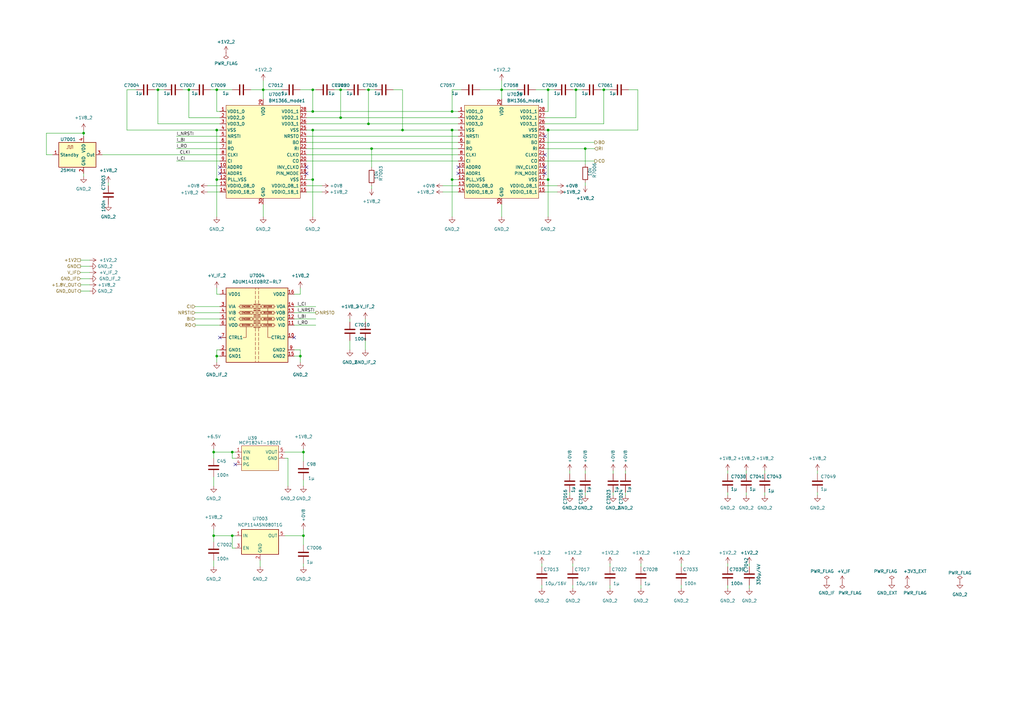
<source format=kicad_sch>
(kicad_sch (version 20231120) (generator "eeschema") (generator_version "8.0")
  (paper "A3")
  (lib_symbols
    (symbol "Device:C" (pin_numbers hide) (pin_names (offset 0.254))
      (property "Reference" "C" (at 0.635 2.54 0))
      (property "Value" "C" (at 0.635 -2.54 0))
      (symbol "C_1_1"
        (pin passive line (at 0 3.81 270) (length 2.794) (name "~") (number "1"))
        (pin passive line (at 0 -3.81 90) (length 2.794) (name "~") (number "2"))
      )
    )
    (symbol "Device:R" (pin_numbers hide) (pin_names (offset 0))
      (property "Reference" "R" (at 2.032 0 90))
      (property "Value" "R" (at 0 0 90))
      (symbol "R_1_1"
        (pin passive line (at 0 3.81 270) (length 1.27) (name "~") (number "1"))
        (pin passive line (at 0 -3.81 90) (length 1.27) (name "~") (number "2"))
      )
    )
    (symbol "Isolator:ADuM1411" (pin_names (offset 1.016))
      (property "Reference" "U" (at 0 19.05 0))
      (property "Value" "ADuM1411" (at 0 16.51 0))
      (symbol "ADuM1411_0_0"
        (text "DECODE" (at -4.445 0 0) (effects (font (size 0.635 0.635))))
        (text "DECODE" (at 4.445 2.54 0) (effects (font (size 0.635 0.635))))
        (text "DECODE" (at 4.445 5.08 0) (effects (font (size 0.635 0.635))))
        (text "DECODE" (at 4.445 7.62 0) (effects (font (size 0.635 0.635))))
        (text "ENCODE" (at -4.445 2.54 0) (effects (font (size 0.635 0.635))))
        (text "ENCODE" (at -4.445 5.08 0) (effects (font (size 0.635 0.635))))
        (text "ENCODE" (at -4.445 7.62 0) (effects (font (size 0.635 0.635))))
        (text "ENCODE" (at 4.445 0 0) (effects (font (size 0.635 0.635))))
      )
      (symbol "ADuM1411_1_1"
        (pin power_in line (at -15.24 12.7 0) (length 2.54) (name "VDD1") (number "1"))
        (pin input line (at 15.24 -5.08 180) (length 2.54) (name "CTRL2") (number "10"))
        (pin input line (at 15.24 0 180) (length 2.54) (name "VID") (number "11"))
        (pin output line (at 15.24 2.54 180) (length 2.54) (name "VOC") (number "12"))
        (pin output line (at 15.24 5.08 180) (length 2.54) (name "VOB") (number "13"))
        (pin output line (at 15.24 7.62 180) (length 2.54) (name "VOA") (number "14"))
        (pin power_in line (at 15.24 -12.7 180) (length 2.54) (name "GND2") (number "15"))
        (pin power_in line (at 15.24 12.7 180) (length 2.54) (name "VDD2") (number "16"))
        (pin power_in line (at -15.24 -10.16 0) (length 2.54) (name "GND1") (number "2"))
        (pin input line (at -15.24 7.62 0) (length 2.54) (name "VIA") (number "3"))
        (pin input line (at -15.24 5.08 0) (length 2.54) (name "VIB") (number "4"))
        (pin input line (at -15.24 2.54 0) (length 2.54) (name "VIC") (number "5"))
        (pin output line (at -15.24 0 0) (length 2.54) (name "VOD") (number "6"))
        (pin input line (at -15.24 -5.08 0) (length 2.54) (name "CTRL1") (number "7"))
        (pin power_in line (at -15.24 -12.7 0) (length 2.54) (name "GND1") (number "8"))
        (pin power_in line (at 15.24 -10.16 180) (length 2.54) (name "GND2") (number "9"))
      )
    )
    (symbol "Oscillator:ASDMB-xxxMHz"
      (property "Reference" "U" (at -6.35 6.35 0))
      (property "Value" "ASDMB-xxxMHz" (at 11.43 6.35 0))
      (symbol "ASDMB-xxxMHz_1_1"
        (pin input line (at -10.16 0 0) (length 2.54) (name "Standby") (number "1"))
        (pin power_in line (at 2.54 -7.62 90) (length 2.54) (name "GND") (number "2"))
        (pin output line (at 10.16 0 180) (length 2.54) (name "Out") (number "3"))
        (pin power_in line (at 2.54 7.62 270) (length 2.54) (name "VDD") (number "4"))
      )
    )
    (symbol "bitaxe:MCP1824"
      (property "Reference" "U7" (at -3.175 6.985 0))
      (property "Value" "MCP1824T-1802E" (at 0 5.08 0))
      (symbol "MCP1824_1_0"
        (pin power_in line (at -10.16 1.27 0) (length 2.54) (name "VIN") (number "1"))
        (pin power_in line (at 10.16 -1.27 180) (length 2.54) (name "GND") (number "2"))
        (pin input line (at -10.16 -1.27 0) (length 2.54) (name "EN") (number "3"))
        (pin bidirectional line (at -10.16 -3.81 0) (length 2.54) (name "PG") (number "4"))
        (pin power_out line (at 10.16 1.27 180) (length 2.54) (name "VOUT") (number "5"))
      )
    )
    (symbol "mylib7:+0V8_2" (in_bom no) (on_board no)
      (property "Value" "+0V8" (at 0 3.175 90))
      (symbol "+0V8_2_1_1"
        (pin power_in line (at 0 0 90) (length 0) hide (name "+0V8_2") (number "1"))
      )
    )
    (symbol "mylib7:+1V2_2" (power) (pin_names (offset 0))
      (property "Value" "+1V2_2" (at 0 4.445 0))
      (symbol "+1V2_2_1_1"
        (pin power_in line (at 0 0 90) (length 0) hide (name "+1V2_2") (number "1"))
      )
    )
    (symbol "mylib7:+1V8_2" (power) (pin_names (offset 0))
      (property "Value" "+1V8_2" (at 0 5.08 0))
      (symbol "+1V8_2_1_1"
        (pin power_in line (at 0 0 90) (length 0) hide (name "+1V8_2") (number "1"))
      )
    )
    (symbol "mylib7:+3V3_EXT" (power) (pin_names (offset 0))
      (property "Value" "+3V3_EXT" (at 0 4.445 0))
      (symbol "+3V3_EXT_1_1"
        (pin power_in line (at 0 0 90) (length 0) hide (name "+3V3_EXT") (number "1"))
      )
    )
    (symbol "mylib7:+6.5V" (power) (pin_names (offset 0))
      (property "Value" "+6.5V" (at 0 4.445 0))
      (symbol "+6.5V_1_1"
        (pin power_in line (at 0 0 90) (length 0) hide (name "+5V") (number "1"))
      )
    )
    (symbol "mylib7:+V_IF" (power) (pin_names (offset 0))
      (property "Value" "+V_IF" (at 0 5.08 0))
      (symbol "+V_IF_1_1"
        (pin power_in line (at 0 0 90) (length 0) hide (name "+V_IF") (number "1"))
      )
    )
    (symbol "mylib7:+V_IF_2" (power) (pin_names (offset 0))
      (property "Value" "+V_IF_2" (at 0 5.08 0))
      (symbol "+V_IF_2_1_1"
        (pin power_in line (at 0 0 90) (length 0) hide (name "+V_IF_1") (number "1"))
      )
    )
    (symbol "mylib7:BM1366_mode1"
      (property "Reference" "U8" (at 1.9559 24.13 0))
      (property "Value" "BM1366_mode1" (at 1.9559 21.59 0))
      (symbol "BM1366_mode1_1_1"
        (pin input line (at -17.78 17.78 0) (length 2.54) (name "VDD1_0") (number "1"))
        (pin input line (at -17.78 -5.08 0) (length 2.54) (name "ADDR0") (number "10"))
        (pin input line (at -17.78 -7.62 0) (length 2.54) (name "ADDR1") (number "11"))
        (pin power_in line (at -17.78 -10.16 0) (length 2.54) (name "PLL_VSS") (number "12"))
        (pin power_in line (at -17.78 -12.7 0) (length 2.54) (name "VDDIO_08_0") (number "13"))
        (pin power_in line (at -17.78 -15.24 0) (length 2.54) (name "VDDIO_18_0") (number "14"))
        (pin power_in line (at 17.78 -15.24 180) (length 2.54) (name "VDDIO_18_1") (number "15"))
        (pin power_in line (at 17.78 -12.7 180) (length 2.54) (name "VDDIO_08_1") (number "16"))
        (pin power_in line (at 17.78 -10.16 180) (length 2.54) (name "VSS") (number "17"))
        (pin input line (at 17.78 -7.62 180) (length 2.54) (name "PIN_MODE") (number "18"))
        (pin input line (at 17.78 -5.08 180) (length 2.54) (name "INV_CLKO") (number "19"))
        (pin input line (at -17.78 15.24 0) (length 2.54) (name "VDD2_0") (number "2"))
        (pin output line (at 17.78 -2.54 180) (length 2.54) (name "CO") (number "20"))
        (pin output line (at 17.78 0 180) (length 2.54) (name "CLKO") (number "21"))
        (pin input line (at 17.78 2.54 180) (length 2.54) (name "RI") (number "22"))
        (pin output line (at 17.78 5.08 180) (length 2.54) (name "BO") (number "23"))
        (pin output line (at 17.78 7.62 180) (length 2.54) (name "NRSTO") (number "24"))
        (pin input line (at 17.78 10.16 180) (length 2.54) (name "VSS") (number "25"))
        (pin input line (at 17.78 12.7 180) (length 2.54) (name "VDD3_1") (number "26"))
        (pin input line (at 17.78 15.24 180) (length 2.54) (name "VDD2_1") (number "27"))
        (pin input line (at 17.78 17.78 180) (length 2.54) (name "VDD1_1") (number "28"))
        (pin power_in line (at 0 22.86 270) (length 2.54) (name "VDD") (number "29"))
        (pin input line (at -17.78 12.7 0) (length 2.54) (name "VDD3_0") (number "3"))
        (pin power_in line (at 0 -20.32 90) (length 2.54) (name "GND") (number "30"))
        (pin input line (at -17.78 10.16 0) (length 2.54) (name "VSS") (number "4"))
        (pin input line (at -17.78 7.62 0) (length 2.54) (name "NRSTI") (number "5"))
        (pin input line (at -17.78 5.08 0) (length 2.54) (name "BI") (number "6"))
        (pin output line (at -17.78 2.54 0) (length 2.54) (name "RO") (number "7"))
        (pin input line (at -17.78 0 0) (length 2.54) (name "CLKI") (number "8"))
        (pin input line (at -17.78 -2.54 0) (length 2.54) (name "CI") (number "9"))
      )
    )
    (symbol "mylib7:GND_2" (power) (pin_names (offset 0))
      (property "Value" "GND_2" (at 0 -5.08 0))
      (symbol "GND_2_1_1"
        (pin power_in line (at 0 0 270) (length 0) hide (name "GND_2") (number "1"))
      )
    )
    (symbol "mylib7:GND_EXT" (power) (pin_names (offset 0))
      (property "Value" "GND_EXT" (at 0 -5.08 0))
      (symbol "GND_EXT_1_1"
        (pin power_in line (at 0 0 270) (length 0) hide (name "GND_EXT") (number "1"))
      )
    )
    (symbol "mylib7:GND_IF" (power) (pin_names (offset 0))
      (property "Value" "GND_IF" (at 0 -5.08 0))
      (symbol "GND_IF_1_1"
        (pin power_in line (at 0 0 270) (length 0) hide (name "GND_IF") (number "1"))
      )
    )
    (symbol "mylib7:GND_IF_2" (power) (pin_names (offset 0))
      (property "Value" "GND_IF_2" (at 0 -5.08 0))
      (symbol "GND_IF_2_1_1"
        (pin power_in line (at 0 0 270) (length 0) hide (name "GND_IF_1") (number "1"))
      )
    )
    (symbol "mylib7:NCP114-SN"
      (property "Reference" "U4" (at 0 9.525 0))
      (property "Value" "NCP115-SN" (at 0 6.985 0))
      (symbol "NCP114-SN_1_1"
        (pin power_in line (at -10.16 2.54 0) (length 2.54) (name "IN") (number "1"))
        (pin power_in line (at 0 -7.62 90) (length 2.54) (name "GND") (number "2"))
        (pin input line (at -10.16 -2.54 0) (length 2.54) (name "EN") (number "3"))
        (pin power_out line (at 10.16 2.54 180) (length 2.54) (name "OUT") (number "5"))
      )
    )
    (symbol "power:PWR_FLAG" (power) (pin_numbers hide) (pin_names (offset 0) hide)
      (property "Value" "PWR_FLAG" (at 0 3.81 0))
      (symbol "PWR_FLAG_0_0"
        (pin power_out line (at 0 0 90) (length 0) (name "pwr") (number "1"))
      )
    )
  )
  (junction (at 185.42 45.72))
  (junction (at 64.77 36.83))
  (junction (at 123.19 146.05))
  (junction (at 224.79 73.66))
  (junction (at 88.9 146.05))
  (junction (at 128.27 45.72))
  (junction (at 151.13 36.83))
  (junction (at 124.46 219.71) (diameter 0.9144))
  (junction (at 128.27 36.83))
  (junction (at 95.25 219.71))
  (junction (at 87.63 219.71) (diameter 0.9144))
  (junction (at 185.42 53.34))
  (junction (at 165.1 53.34))
  (junction (at 152.4 60.96))
  (junction (at 107.95 36.83))
  (junction (at 205.74 36.83))
  (junction (at 124.46 185.42))
  (junction (at 34.29 54.61))
  (junction (at 240.03 60.96))
  (junction (at 139.7 36.83))
  (junction (at 128.27 53.34))
  (junction (at 88.9 73.66))
  (junction (at 128.27 73.66))
  (junction (at 247.65 36.83))
  (junction (at 88.9 36.83))
  (junction (at 236.22 36.83))
  (junction (at 151.13 50.8))
  (junction (at 87.63 185.42) (diameter 0.9144))
  (junction (at 224.79 53.34))
  (junction (at 88.9 53.34))
  (junction (at 95.25 185.42))
  (junction (at 224.79 36.83))
  (junction (at 139.7 48.26))
  (junction (at 77.47 36.83))
  (junction (at 185.42 73.66))
  (no_connect (at 90.17 138.43))
  (no_connect (at 223.52 71.12))
  (no_connect (at 125.73 68.58))
  (no_connect (at 223.52 63.5))
  (no_connect (at 120.65 138.43))
  (no_connect (at 90.17 68.58))
  (no_connect (at 187.96 68.58))
  (no_connect (at 223.52 68.58))
  (no_connect (at 96.52 190.5))
  (no_connect (at 90.17 71.12))
  (no_connect (at 187.96 71.12))
  (no_connect (at 223.52 55.88))
  (no_connect (at 125.73 71.12))
  (wire (pts (xy 88.9 73.66) (xy 88.9 88.9)))
  (wire (pts (xy 107.95 36.83) (xy 107.95 40.64)))
  (wire (pts (xy 34.29 54.61) (xy 19.05 54.61)))
  (wire (pts (xy 64.77 36.83) (xy 67.31 36.83)))
  (wire (pts (xy 128.27 73.66) (xy 128.27 88.9)))
  (wire (pts (xy 151.13 36.83) (xy 153.67 36.83)))
  (wire (pts (xy 224.79 73.66) (xy 224.79 88.9)))
  (wire (pts (xy 223.52 60.96) (xy 240.03 60.96)))
  (wire (pts (xy 95.25 187.96) (xy 96.52 187.96)))
  (wire (pts (xy 85.09 76.2) (xy 90.17 76.2)))
  (wire (pts (xy 256.54 193.04) (xy 256.54 194.31)))
  (wire (pts (xy 77.47 48.26) (xy 77.47 36.83)))
  (wire (pts (xy 129.54 125.73) (xy 120.65 125.73)))
  (wire (pts (xy 124.46 196.85) (xy 124.46 199.39)))
  (wire (pts (xy 152.4 76.2) (xy 152.4 77.47)))
  (wire (pts (xy 224.79 36.83) (xy 227.33 36.83)))
  (wire (pts (xy 118.11 187.96) (xy 116.84 187.96)))
  (wire (pts (xy 80.01 130.81) (xy 90.17 130.81)))
  (wire (pts (xy 90.17 133.35) (xy 80.01 133.35)))
  (wire (pts (xy 116.84 219.71) (xy 124.46 219.71)))
  (wire (pts (xy 107.95 83.82) (xy 107.95 88.9)))
  (wire (pts (xy 313.69 193.04) (xy 313.69 194.31)))
  (wire (pts (xy 87.63 184.15) (xy 87.63 185.42)))
  (wire (pts (xy 250.19 231.14) (xy 250.19 232.41)))
  (wire (pts (xy 86.36 36.83) (xy 88.9 36.83)))
  (wire (pts (xy 123.19 146.05) (xy 123.19 148.59)))
  (wire (pts (xy 90.17 143.51) (xy 88.9 143.51)))
  (wire (pts (xy 151.13 50.8) (xy 187.96 50.8)))
  (wire (pts (xy 124.46 185.42) (xy 124.46 189.23)))
  (wire (pts (xy 95.25 219.71) (xy 95.25 224.79)))
  (wire (pts (xy 90.17 128.27) (xy 80.01 128.27)))
  (wire (pts (xy 44.45 74.93) (xy 44.45 76.2)))
  (wire (pts (xy 128.27 53.34) (xy 165.1 53.34)))
  (wire (pts (xy 33.02 111.76) (xy 36.83 111.76)))
  (wire (pts (xy 87.63 185.42) (xy 87.63 187.96)))
  (wire (pts (xy 33.02 116.84) (xy 36.83 116.84)))
  (wire (pts (xy 236.22 48.26) (xy 236.22 36.83)))
  (wire (pts (xy 224.79 45.72) (xy 224.79 36.83)))
  (wire (pts (xy 129.54 128.27) (xy 120.65 128.27)))
  (wire (pts (xy 123.19 120.65) (xy 123.19 118.11)))
  (wire (pts (xy 87.63 195.58) (xy 87.63 199.39)))
  (wire (pts (xy 128.27 45.72) (xy 128.27 36.83)))
  (wire (pts (xy 116.84 185.42) (xy 124.46 185.42)))
  (wire (pts (xy 125.73 50.8) (xy 151.13 50.8)))
  (wire (pts (xy 124.46 231.14) (xy 124.46 232.41)))
  (wire (pts (xy 88.9 120.65) (xy 88.9 118.11)))
  (wire (pts (xy 152.4 60.96) (xy 187.96 60.96)))
  (wire (pts (xy 240.03 74.93) (xy 240.03 76.2)))
  (wire (pts (xy 223.52 53.34) (xy 224.79 53.34)))
  (wire (pts (xy 306.07 201.93) (xy 306.07 203.2)))
  (wire (pts (xy 87.63 217.17) (xy 87.63 219.71)))
  (wire (pts (xy 123.19 143.51) (xy 123.19 146.05)))
  (wire (pts (xy 90.17 146.05) (xy 88.9 146.05)))
  (wire (pts (xy 88.9 73.66) (xy 90.17 73.66)))
  (wire (pts (xy 143.51 130.81) (xy 143.51 132.08)))
  (wire (pts (xy 88.9 146.05) (xy 88.9 148.59)))
  (wire (pts (xy 223.52 50.8) (xy 247.65 50.8)))
  (wire (pts (xy 223.52 76.2) (xy 228.6 76.2)))
  (wire (pts (xy 34.29 71.12) (xy 34.29 72.39)))
  (wire (pts (xy 128.27 45.72) (xy 185.42 45.72)))
  (wire (pts (xy 72.39 58.42) (xy 90.17 58.42)))
  (wire (pts (xy 240.03 60.96) (xy 240.03 67.31)))
  (wire (pts (xy 118.11 187.96) (xy 118.11 199.39)))
  (wire (pts (xy 129.54 133.35) (xy 120.65 133.35)))
  (wire (pts (xy 52.07 36.83) (xy 55.88 36.83)))
  (wire (pts (xy 77.47 36.83) (xy 78.74 36.83)))
  (wire (pts (xy 128.27 36.83) (xy 129.54 36.83)))
  (wire (pts (xy 124.46 219.71) (xy 124.46 223.52)))
  (wire (pts (xy 96.52 224.79) (xy 95.25 224.79)))
  (wire (pts (xy 88.9 53.34) (xy 52.07 53.34)))
  (wire (pts (xy 234.95 240.03) (xy 234.95 241.3)))
  (wire (pts (xy 165.1 53.34) (xy 185.42 53.34)))
  (wire (pts (xy 88.9 53.34) (xy 88.9 73.66)))
  (wire (pts (xy 236.22 36.83) (xy 238.76 36.83)))
  (wire (pts (xy 307.34 231.14) (xy 307.34 232.41)))
  (wire (pts (xy 139.7 36.83) (xy 142.24 36.83)))
  (wire (pts (xy 185.42 45.72) (xy 187.96 45.72)))
  (wire (pts (xy 223.52 48.26) (xy 236.22 48.26)))
  (wire (pts (xy 33.02 106.68) (xy 36.83 106.68)))
  (wire (pts (xy 63.5 36.83) (xy 64.77 36.83)))
  (wire (pts (xy 139.7 48.26) (xy 187.96 48.26)))
  (wire (pts (xy 107.95 33.02) (xy 107.95 36.83)))
  (wire (pts (xy 95.25 219.71) (xy 96.52 219.71)))
  (wire (pts (xy 152.4 60.96) (xy 152.4 68.58)))
  (wire (pts (xy 240.03 193.04) (xy 240.03 194.31)))
  (wire (pts (xy 87.63 185.42) (xy 95.25 185.42)))
  (wire (pts (xy 123.19 36.83) (xy 128.27 36.83)))
  (wire (pts (xy 41.91 63.5) (xy 90.17 63.5)))
  (wire (pts (xy 95.25 187.96) (xy 95.25 185.42)))
  (wire (pts (xy 246.38 36.83) (xy 247.65 36.83)))
  (wire (pts (xy 223.52 78.74) (xy 228.6 78.74)))
  (wire (pts (xy 33.02 114.3) (xy 36.83 114.3)))
  (wire (pts (xy 33.02 109.22) (xy 36.83 109.22)))
  (wire (pts (xy 125.73 66.04) (xy 187.96 66.04)))
  (wire (pts (xy 151.13 50.8) (xy 151.13 36.83)))
  (wire (pts (xy 125.73 60.96) (xy 152.4 60.96)))
  (wire (pts (xy 185.42 73.66) (xy 185.42 88.9)))
  (wire (pts (xy 205.74 33.02) (xy 205.74 36.83)))
  (wire (pts (xy 124.46 184.15) (xy 124.46 185.42)))
  (wire (pts (xy 223.52 73.66) (xy 224.79 73.66)))
  (wire (pts (xy 185.42 36.83) (xy 185.42 45.72)))
  (wire (pts (xy 123.19 146.05) (xy 120.65 146.05)))
  (wire (pts (xy 185.42 36.83) (xy 189.23 36.83)))
  (wire (pts (xy 33.02 119.38) (xy 36.83 119.38)))
  (wire (pts (xy 298.45 240.03) (xy 298.45 241.3)))
  (wire (pts (xy 120.65 120.65) (xy 123.19 120.65)))
  (wire (pts (xy 298.45 201.93) (xy 298.45 203.2)))
  (wire (pts (xy 224.79 53.34) (xy 261.62 53.34)))
  (wire (pts (xy 223.52 45.72) (xy 224.79 45.72)))
  (wire (pts (xy 247.65 50.8) (xy 247.65 36.83)))
  (wire (pts (xy 95.25 185.42) (xy 96.52 185.42)))
  (wire (pts (xy 165.1 53.34) (xy 165.1 36.83)))
  (wire (pts (xy 240.03 60.96) (xy 243.84 60.96)))
  (wire (pts (xy 88.9 143.51) (xy 88.9 146.05)))
  (wire (pts (xy 125.73 78.74) (xy 132.08 78.74)))
  (wire (pts (xy 139.7 48.26) (xy 139.7 36.83)))
  (wire (pts (xy 102.87 36.83) (xy 107.95 36.83)))
  (wire (pts (xy 72.39 60.96) (xy 90.17 60.96)))
  (wire (pts (xy 219.71 36.83) (xy 224.79 36.83)))
  (wire (pts (xy 87.63 219.71) (xy 95.25 219.71)))
  (wire (pts (xy 77.47 48.26) (xy 90.17 48.26)))
  (wire (pts (xy 125.73 48.26) (xy 139.7 48.26)))
  (wire (pts (xy 125.73 63.5) (xy 187.96 63.5)))
  (wire (pts (xy 298.45 231.14) (xy 298.45 232.41)))
  (wire (pts (xy 279.4 231.14) (xy 279.4 232.41)))
  (wire (pts (xy 307.34 240.03) (xy 307.34 241.3)))
  (wire (pts (xy 247.65 36.83) (xy 250.19 36.83)))
  (wire (pts (xy 88.9 36.83) (xy 88.9 45.72)))
  (wire (pts (xy 90.17 120.65) (xy 88.9 120.65)))
  (wire (pts (xy 335.28 194.31) (xy 335.28 193.04)))
  (wire (pts (xy 196.85 36.83) (xy 205.74 36.83)))
  (wire (pts (xy 224.79 53.34) (xy 224.79 73.66)))
  (wire (pts (xy 251.46 193.04) (xy 251.46 194.31)))
  (wire (pts (xy 185.42 73.66) (xy 187.96 73.66)))
  (wire (pts (xy 87.63 219.71) (xy 87.63 222.25)))
  (wire (pts (xy 120.65 143.51) (xy 123.19 143.51)))
  (wire (pts (xy 223.52 58.42) (xy 243.84 58.42)))
  (wire (pts (xy 90.17 125.73) (xy 80.01 125.73)))
  (wire (pts (xy 19.05 54.61) (xy 19.05 63.5)))
  (wire (pts (xy 85.09 78.74) (xy 90.17 78.74)))
  (wire (pts (xy 107.95 36.83) (xy 115.57 36.83)))
  (wire (pts (xy 233.68 193.04) (xy 233.68 194.31)))
  (wire (pts (xy 52.07 53.34) (xy 52.07 36.83)))
  (wire (pts (xy 74.93 36.83) (xy 77.47 36.83)))
  (wire (pts (xy 125.73 58.42) (xy 187.96 58.42)))
  (wire (pts (xy 125.73 53.34) (xy 128.27 53.34)))
  (wire (pts (xy 34.29 53.34) (xy 34.29 54.61)))
  (wire (pts (xy 222.25 240.03) (xy 222.25 241.3)))
  (wire (pts (xy 261.62 53.34) (xy 261.62 36.83)))
  (wire (pts (xy 223.52 66.04) (xy 243.84 66.04)))
  (wire (pts (xy 64.77 50.8) (xy 64.77 36.83)))
  (wire (pts (xy 187.96 53.34) (xy 185.42 53.34)))
  (wire (pts (xy 124.46 217.17) (xy 124.46 219.71)))
  (wire (pts (xy 306.07 194.31) (xy 306.07 193.04)))
  (wire (pts (xy 87.63 229.87) (xy 87.63 232.41)))
  (wire (pts (xy 262.89 240.03) (xy 262.89 241.3)))
  (wire (pts (xy 120.65 130.81) (xy 129.54 130.81)))
  (wire (pts (xy 72.39 55.88) (xy 90.17 55.88)))
  (wire (pts (xy 72.39 66.04) (xy 90.17 66.04)))
  (wire (pts (xy 251.46 201.93) (xy 251.46 203.2)))
  (wire (pts (xy 88.9 36.83) (xy 95.25 36.83)))
  (wire (pts (xy 233.68 201.93) (xy 233.68 203.2)))
  (wire (pts (xy 125.73 55.88) (xy 187.96 55.88)))
  (wire (pts (xy 205.74 36.83) (xy 205.74 40.64)))
  (wire (pts (xy 261.62 36.83) (xy 257.81 36.83)))
  (wire (pts (xy 125.73 73.66) (xy 128.27 73.66)))
  (wire (pts (xy 234.95 231.14) (xy 234.95 232.41)))
  (wire (pts (xy 165.1 36.83) (xy 161.29 36.83)))
  (wire (pts (xy 205.74 83.82) (xy 205.74 88.9)))
  (wire (pts (xy 256.54 201.93) (xy 256.54 203.2)))
  (wire (pts (xy 234.95 36.83) (xy 236.22 36.83)))
  (wire (pts (xy 19.05 63.5) (xy 21.59 63.5)))
  (wire (pts (xy 250.19 240.03) (xy 250.19 241.3)))
  (wire (pts (xy 335.28 201.93) (xy 335.28 203.2)))
  (wire (pts (xy 106.68 229.87) (xy 106.68 232.41)))
  (wire (pts (xy 185.42 53.34) (xy 185.42 73.66)))
  (wire (pts (xy 240.03 201.93) (xy 240.03 203.2)))
  (wire (pts (xy 149.86 139.7) (xy 149.86 143.51)))
  (wire (pts (xy 125.73 45.72) (xy 128.27 45.72)))
  (wire (pts (xy 313.69 201.93) (xy 313.69 203.2)))
  (wire (pts (xy 143.51 139.7) (xy 143.51 143.51)))
  (wire (pts (xy 298.45 194.31) (xy 298.45 193.04)))
  (wire (pts (xy 262.89 231.14) (xy 262.89 232.41)))
  (wire (pts (xy 128.27 53.34) (xy 128.27 73.66)))
  (wire (pts (xy 88.9 45.72) (xy 90.17 45.72)))
  (wire (pts (xy 34.29 54.61) (xy 34.29 55.88)))
  (wire (pts (xy 90.17 53.34) (xy 88.9 53.34)))
  (wire (pts (xy 222.25 231.14) (xy 222.25 232.41)))
  (wire (pts (xy 181.61 78.74) (xy 187.96 78.74)))
  (wire (pts (xy 125.73 76.2) (xy 132.08 76.2)))
  (wire (pts (xy 181.61 76.2) (xy 187.96 76.2)))
  (wire (pts (xy 137.16 36.83) (xy 139.7 36.83)))
  (wire (pts (xy 64.77 50.8) (xy 90.17 50.8)))
  (wire (pts (xy 149.86 130.81) (xy 149.86 132.08)))
  (wire (pts (xy 279.4 240.03) (xy 279.4 241.3)))
  (wire (pts (xy 149.86 36.83) (xy 151.13 36.83)))
  (wire (pts (xy 205.74 36.83) (xy 212.09 36.83)))
  (label "I_BI" (at 72.39 58.42 0))
  (label "I_CI" (at 72.39 66.04 0))
  (label "I_NRSTI" (at 121.92 128.27 0))
  (label "CLKI" (at 73.66 63.5 0))
  (label "I_RO" (at 72.39 60.96 0))
  (label "I_BI" (at 121.92 130.81 0))
  (label "I_RO" (at 121.92 133.35 0))
  (label "I_NRSTI" (at 72.39 55.88 0))
  (label "I_CI" (at 121.92 125.73 0))
  (hierarchical_label "RI" (shape input) (at 243.84 60.96 0))
  (hierarchical_label "BO" (shape output) (at 243.84 58.42 0))
  (hierarchical_label "CO" (shape output) (at 243.84 66.04 0))
  (hierarchical_label "GND_OUT" (shape output) (at 33.02 119.38 180))
  (hierarchical_label "GND" (shape passive) (at 33.02 109.22 180))
  (hierarchical_label "GND_IF" (shape input) (at 33.02 114.3 180))
  (hierarchical_label "RO" (shape output) (at 80.01 133.35 180))
  (hierarchical_label "+1.8V_OUT" (shape output) (at 33.02 116.84 180))
  (hierarchical_label "CI" (shape input) (at 80.01 125.73 180))
  (hierarchical_label "+1V2" (shape passive) (at 33.02 106.68 180))
  (hierarchical_label "V_IF" (shape input) (at 33.02 111.76 180))
  (hierarchical_label "NRSTO" (shape output) (at 129.54 128.27 0))
  (hierarchical_label "NRSTI" (shape input) (at 80.01 128.27 180))
  (hierarchical_label "BI" (shape input) (at 80.01 130.81 180))
  (symbol (lib_id "mylib7:GND_2") (at 279.4 241.3 0) (unit 1)
    (property "Reference" "#PWR07066" (effects (hide yes)))
    (property "Value" "GND_2" (at 279.4 246.38 0))
  )
  (symbol (lib_id "mylib7:GND_IF_2") (at 36.83 114.3 90) (unit 1)
    (property "Reference" "#PWR0266" (effects (hide yes)))
    (property "Value" "GND_IF_2" (at 40.64 114.2999 90) (effects (justify right)))
  )
  (symbol (lib_id "Device:C") (at 307.34 236.22 0) (unit 1)
    (property "Reference" "C7042" (at 306.07 234.95 90) (effects (justify left)))
    (property "Value" "330µ/4V" (at 311.15 240.03 90) (effects (justify left)))
    (property "Footprint" "Capacitor_SMD:C_1210_3225Metric" (effects (hide yes)))
    (property "Distributor" "D" (effects (hide yes)))
    (property "Manufacturer" "GRM32ER60G337ME05K" (effects (hide yes)))
    (property "OrderNr" "490-GRM32ER60G337ME05KCT-ND" (effects (hide yes)))
  )
  (symbol (lib_id "mylib7:GND_2") (at 106.68 232.41 0) (mirror y) (unit 1)
    (property "Reference" "#PWR07012" (effects (hide yes)))
    (property "Value" "GND_2" (at 106.68 237.49 0))
  )
  (symbol (lib_id "mylib7:GND_2") (at 298.45 241.3 0) (unit 1)
    (property "Reference" "#PWR07080" (effects (hide yes)))
    (property "Value" "GND_2" (at 298.45 246.38 0))
  )
  (symbol (lib_id "mylib7:+V_IF_2") (at 149.86 130.81 0) (unit 1)
    (property "Reference" "#PWR0283" (effects (hide yes)))
    (property "Value" "+V_IF_2" (at 149.86 125.73 0))
  )
  (symbol (lib_id "mylib7:GND_2") (at 128.27 88.9 0) (mirror y) (unit 1)
    (property "Reference" "#PWR07032" (effects (hide yes)))
    (property "Value" "GND_2" (at 128.27 93.98 0))
  )
  (symbol (lib_id "mylib7:+1V8_2") (at 298.45 193.04 0) (unit 1)
    (property "Reference" "#PWR07077" (effects (hide yes)))
    (property "Value" "+1V8_2" (at 298.45 187.96 0))
  )
  (symbol (lib_id "mylib7:+V_IF_2") (at 88.9 118.11 0) (unit 1)
    (property "Reference" "#PWR0267" (effects (hide yes)))
    (property "Value" "+V_IF_2" (at 88.9 113.03 0))
  )
  (symbol (lib_id "mylib7:GND_2") (at 262.89 241.3 0) (unit 1)
    (property "Reference" "#PWR07054" (effects (hide yes)))
    (property "Value" "GND_2" (at 262.89 246.38 0))
  )
  (symbol (lib_id "power:PWR_FLAG") (at 393.7 238.76 0) (unit 1)
    (property "Reference" "#FLG07007" (effects (hide yes)))
    (property "Value" "PWR_FLAG" (at 393.7 234.95 0))
  )
  (symbol (lib_id "Device:C") (at 306.07 198.12 0) (unit 1)
    (property "Reference" "C7041" (at 307.34 196.215 0) (effects (justify left bottom)))
    (property "Value" "1µ" (at 307.34 201.295 0) (effects (justify left bottom)))
    (property "Footprint" "Capacitor_SMD:C_0805_2012Metric" (effects (hide yes)))
  )
  (symbol (lib_id "Device:C") (at 87.63 191.77 0) (unit 1)
    (property "Reference" "C45" (at 88.9 189.865 0) (effects (justify left bottom)))
    (property "Value" "100n" (at 88.9 195.58 0) (effects (justify left bottom)))
    (property "Footprint" "Capacitor_SMD:C_0805_2012Metric" (effects (hide yes)))
  )
  (symbol (lib_id "mylib7:GND_2") (at 36.83 119.38 90) (unit 1)
    (property "Reference" "#PWR07018" (effects (hide yes)))
    (property "Value" "GND_2" (at 40.005 119.38 90) (effects (justify right)))
  )
  (symbol (lib_id "Device:C") (at 298.45 198.12 0) (unit 1)
    (property "Reference" "C7038" (at 299.72 196.215 0) (effects (justify left bottom)))
    (property "Value" "1µ" (at 299.72 201.295 0) (effects (justify left bottom)))
    (property "Footprint" "Capacitor_SMD:C_0805_2012Metric" (effects (hide yes)))
  )
  (symbol (lib_id "mylib7:+1V2_2") (at 262.89 231.14 0) (unit 1)
    (property "Reference" "#PWR07053" (effects (hide yes)))
    (property "Value" "+1V2_2" (at 262.89 226.695 0))
  )
  (symbol (lib_id "mylib7:GND_2") (at 87.63 232.41 0) (mirror y) (unit 1)
    (property "Reference" "#PWR07006" (effects (hide yes)))
    (property "Value" "GND_2" (at 87.63 237.49 0))
  )
  (symbol (lib_id "Device:C") (at 143.51 135.89 0) (unit 1)
    (property "Reference" "C7010" (at 145.415 133.985 0) (effects (justify left bottom)))
    (property "Value" "100n" (at 145.415 139.7 0) (effects (justify left bottom)))
    (property "Footprint" "Capacitor_SMD:C_0805_2012Metric" (effects (hide yes)))
  )
  (symbol (lib_id "mylib7:GND_2") (at 118.11 199.39 0) (unit 1)
    (property "Reference" "#PWR0261" (effects (hide yes)))
    (property "Value" "GND_2" (at 118.11 204.47 0))
  )
  (symbol (lib_id "mylib7:+0V8_2") (at 240.03 193.04 0) (unit 1) (in_bom no) (on_board no)
    (property "Reference" "U7010" (effects (hide yes)))
    (property "Value" "+0V8" (at 240.03 189.865 90) (effects (justify left)))
    (property "Distributor" "-" (effects (hide yes)))
  )
  (symbol (lib_id "mylib7:+1V8_2") (at 124.46 184.15 0) (unit 1)
    (property "Reference" "#PWR0270" (effects (hide yes)))
    (property "Value" "+1V8_2" (at 124.46 179.07 0))
  )
  (symbol (lib_id "Device:C") (at 256.54 198.12 180) (unit 1)
    (property "Reference" "C7024" (at 254 200.66 90) (effects (justify left bottom)))
    (property "Value" "1µ" (at 257.175 199.39 90) (effects (justify left bottom)))
    (property "Footprint" "Capacitor_SMD:C_0805_2012Metric" (effects (hide yes)))
  )
  (symbol (lib_id "mylib7:GND_2") (at 44.45 83.82 0) (unit 1)
    (property "Reference" "#PWR07008" (effects (hide yes)))
    (property "Value" "GND_2" (at 44.45 88.9 0))
  )
  (symbol (lib_id "power:PWR_FLAG") (at 339.09 238.76 0) (unit 1)
    (property "Reference" "#FLG07003" (effects (hide yes)))
    (property "Value" "PWR_FLAG" (at 337.185 234.315 0))
  )
  (symbol (lib_id "mylib7:+1V2_2") (at 298.45 231.14 0) (unit 1)
    (property "Reference" "#PWR07079" (effects (hide yes)))
    (property "Value" "+1V2_2" (at 298.45 226.695 0))
  )
  (symbol (lib_id "Device:C") (at 59.69 36.83 90) (unit 1)
    (property "Reference" "C7004" (at 57.15 34.29 90) (effects (justify left bottom)))
    (property "Value" "1µ" (at 58.42 37.465 90) (effects (justify left bottom)))
    (property "Footprint" "Capacitor_SMD:C_0805_2012Metric" (effects (hide yes)))
  )
  (symbol (lib_id "mylib7:GND_IF_2") (at 88.9 148.59 0) (unit 1)
    (property "Reference" "#PWR0284" (effects (hide yes)))
    (property "Value" "GND_IF_2" (at 88.9 153.67 0))
  )
  (symbol (lib_id "mylib7:GND_2") (at 234.95 241.3 0) (unit 1)
    (property "Reference" "#PWR07038" (effects (hide yes)))
    (property "Value" "GND_2" (at 234.95 246.38 0))
  )
  (symbol (lib_id "mylib7:+0V8_2") (at 256.54 193.04 0) (unit 1) (in_bom no) (on_board no)
    (property "Reference" "U7013" (effects (hide yes)))
    (property "Value" "+0V8" (at 256.54 189.865 90) (effects (justify left)))
    (property "Distributor" "-" (effects (hide yes)))
  )
  (symbol (lib_id "mylib7:+1V2_2") (at 107.95 33.02 0) (unit 1)
    (property "Reference" "#PWR07024" (effects (hide yes)))
    (property "Value" "+1V2_2" (at 107.95 28.575 0))
  )
  (symbol (lib_id "Device:C") (at 87.63 226.06 0) (unit 1)
    (property "Reference" "C7002" (at 88.9 224.155 0) (effects (justify left bottom)))
    (property "Value" "100n" (at 88.9 229.87 0) (effects (justify left bottom)))
    (property "Footprint" "Capacitor_SMD:C_0805_2012Metric" (effects (hide yes)))
  )
  (symbol (lib_id "mylib7:+1V8_2") (at 152.4 77.47 180) (unit 1)
    (property "Reference" "#PWR07047" (effects (hide yes)))
    (property "Value" "+1V8_2" (at 152.4 82.55 0))
  )
  (symbol (lib_id "Device:C") (at 251.46 198.12 180) (unit 1)
    (property "Reference" "C7023" (at 248.92 200.66 90) (effects (justify left bottom)))
    (property "Value" "1µ" (at 252.095 199.39 90) (effects (justify left bottom)))
    (property "Footprint" "Capacitor_SMD:C_0805_2012Metric" (effects (hide yes)))
  )
  (symbol (lib_id "Device:C") (at 279.4 236.22 0) (unit 1)
    (property "Reference" "C7033" (at 280.035 234.315 0) (effects (justify left bottom)))
    (property "Value" "100n" (at 280.67 240.03 0) (effects (justify left bottom)))
    (property "Footprint" "Capacitor_SMD:C_0805_2012Metric" (effects (hide yes)))
  )
  (symbol (lib_id "Device:C") (at 44.45 80.01 0) (unit 1)
    (property "Reference" "C7003" (at 43.18 78.105 90) (effects (justify left bottom)))
    (property "Value" "100n" (at 43.18 86.995 90) (effects (justify left bottom)))
    (property "Footprint" "Capacitor_SMD:C_0805_2012Metric" (effects (hide yes)))
  )
  (symbol (lib_id "Device:C") (at 313.69 198.12 0) (unit 1)
    (property "Reference" "C7043" (at 314.325 196.215 0) (effects (justify left bottom)))
    (property "Value" "1µ" (at 314.96 201.93 0) (effects (justify left bottom)))
    (property "Footprint" "Capacitor_SMD:C_0805_2012Metric" (effects (hide yes)))
  )
  (symbol (lib_id "mylib7:+1V2_2") (at 205.74 33.02 0) (unit 1)
    (property "Reference" "#PWR07120" (effects (hide yes)))
    (property "Value" "+1V2_2" (at 205.74 28.575 0))
  )
  (symbol (lib_id "mylib7:+6.5V") (at 87.63 184.15 0) (unit 1)
    (property "Reference" "#PWR0155" (effects (hide yes)))
    (property "Value" "+6.5V" (at 87.63 179.07 0))
  )
  (symbol (lib_id "mylib7:GND_2") (at 298.45 203.2 0) (mirror y) (unit 1)
    (property "Reference" "#PWR07078" (effects (hide yes)))
    (property "Value" "GND_2" (at 298.45 208.28 0))
  )
  (symbol (lib_id "Device:C") (at 149.86 135.89 0) (unit 1)
    (property "Reference" "C7011" (effects (hide yes)))
    (property "Value" "100n" (effects (hide yes)))
    (property "Footprint" "Capacitor_SMD:C_0805_2012Metric" (effects (hide yes)))
  )
  (symbol (lib_id "mylib7:+V_IF") (at 345.44 238.76 0) (unit 1)
    (property "Reference" "#PWR07101" (effects (hide yes)))
    (property "Value" "+V_IF" (at 346.075 234.315 0))
  )
  (symbol (lib_id "mylib7:GND_2") (at 233.68 203.2 0) (mirror y) (unit 1)
    (property "Reference" "#PWR07036" (effects (hide yes)))
    (property "Value" "GND_2" (at 233.68 208.28 0))
  )
  (symbol (lib_id "mylib7:GND_2") (at 107.95 88.9 0) (mirror y) (unit 1)
    (property "Reference" "#PWR07025" (effects (hide yes)))
    (property "Value" "GND_2" (at 107.95 93.98 0))
  )
  (symbol (lib_id "mylib7:GND_IF_2") (at 149.86 143.51 0) (unit 1)
    (property "Reference" "#PWR0322" (effects (hide yes)))
    (property "Value" "GND_IF_2" (at 149.86 148.59 0))
  )
  (symbol (lib_id "mylib7:GND_2") (at 34.29 72.39 0) (unit 1)
    (property "Reference" "#PWR07002" (effects (hide yes)))
    (property "Value" "GND_2" (at 34.29 77.47 0))
  )
  (symbol (lib_id "mylib7:+1V8_2") (at 228.6 78.74 270) (unit 1)
    (property "Reference" "#PWR07123" (effects (hide yes)))
    (property "Value" "+1V8_2" (at 234.442 78.74 90))
  )
  (symbol (lib_id "mylib7:GND_2") (at 306.07 203.2 0) (mirror y) (unit 1)
    (property "Reference" "#PWR07084" (effects (hide yes)))
    (property "Value" "GND_2" (at 306.07 208.28 0))
  )
  (symbol (lib_id "Device:C") (at 262.89 236.22 0) (unit 1)
    (property "Reference" "C7028" (at 263.525 234.315 0) (effects (justify left bottom)))
    (property "Value" "1µ" (at 264.16 240.03 0) (effects (justify left bottom)))
    (property "Footprint" "Capacitor_SMD:C_0805_2012Metric" (effects (hide yes)))
  )
  (symbol (lib_id "Device:C") (at 82.55 36.83 90) (unit 1)
    (property "Reference" "C7007" (at 80.01 34.29 90) (effects (justify left bottom)))
    (property "Value" "1µ" (at 81.28 37.465 90) (effects (justify left bottom)))
    (property "Footprint" "Capacitor_SMD:C_0805_2012Metric" (effects (hide yes)))
  )
  (symbol (lib_id "mylib7:GND_2") (at 88.9 88.9 0) (mirror y) (unit 1)
    (property "Reference" "#PWR07020" (effects (hide yes)))
    (property "Value" "GND_2" (at 88.9 93.98 0))
  )
  (symbol (lib_id "power:PWR_FLAG") (at 372.11 238.76 180) (unit 1)
    (property "Reference" "#FLG07006" (effects (hide yes)))
    (property "Value" "PWR_FLAG" (at 375.285 243.205 0))
  )
  (symbol (lib_id "mylib7:+1V8_2") (at 85.09 78.74 90) (unit 1)
    (property "Reference" "#PWR07019" (effects (hide yes)))
    (property "Value" "+1V8_2" (at 77.724 78.994 90))
  )
  (symbol (lib_id "mylib7:GND_2") (at 124.46 199.39 0) (unit 1)
    (property "Reference" "#PWR0268" (effects (hide yes)))
    (property "Value" "GND_2" (at 124.46 204.47 0))
  )
  (symbol (lib_id "mylib7:GND_2") (at 313.69 203.2 0) (mirror y) (unit 1)
    (property "Reference" "#PWR07090" (effects (hide yes)))
    (property "Value" "GND_2" (at 313.69 208.28 0))
  )
  (symbol (lib_id "Device:C") (at 124.46 227.33 0) (unit 1)
    (property "Reference" "C7006" (at 125.73 225.425 0) (effects (justify left bottom)))
    (property "Value" "1µ" (at 125.73 231.14 0) (effects (justify left bottom)))
    (property "Footprint" "Capacitor_SMD:C_0805_2012Metric" (effects (hide yes)))
  )
  (symbol (lib_id "Device:C") (at 254 36.83 90) (unit 1)
    (property "Reference" "C7061" (at 251.46 34.29 90) (effects (justify left bottom)))
    (property "Value" "1µ" (at 252.73 37.465 90) (effects (justify left bottom)))
    (property "Footprint" "Capacitor_SMD:C_0805_2012Metric" (effects (hide yes)))
  )
  (symbol (lib_id "mylib7:+1V8_2") (at 34.29 53.34 0) (unit 1)
    (property "Reference" "#PWR07001" (effects (hide yes)))
    (property "Value" "+1V8_2" (at 34.29 48.26 0))
  )
  (symbol (lib_id "Isolator:ADuM1411") (at 105.41 133.35 0) (unit 1)
    (property "Reference" "U7004" (at 105.41 113.03 0))
    (property "Value" "ADUM141E0BRZ-RL7" (at 105.41 115.57 0))
    (property "Footprint" "Package_SO:SOIC-16_3.9x9.9mm_P1.27mm" (effects (hide yes)))
    (property "Datasheet" "https://www.analog.com/media/en/technical-documentation/data-sheets/ADUM1410_1411_1412.pdf" (effects (hide yes)))
    (property "Distributor" "D" (effects (hide yes)))
    (property "Manufacturer" "ADUM141E0BRZ-RL7" (effects (hide yes)))
    (property "OrderNr" "505-ADUM141E0BRZ-RL7CT-ND" (effects (hide yes)))
  )
  (symbol (lib_id "mylib7:+0V8_2") (at 85.09 76.2 90) (unit 1) (in_bom no) (on_board no)
    (property "Reference" "U7006" (effects (hide yes)))
    (property "Value" "+0V8" (at 81.915 76.2 90) (effects (justify left)))
    (property "Distributor" "-" (effects (hide yes)))
  )
  (symbol (lib_id "mylib7:+0V8_2") (at 181.61 76.2 90) (unit 1) (in_bom no) (on_board no)
    (property "Reference" "U7024" (effects (hide yes)))
    (property "Value" "+0V8" (at 178.435 76.2 90) (effects (justify left)))
    (property "Distributor" "-" (effects (hide yes)))
  )
  (symbol (lib_id "Device:C") (at 71.12 36.83 90) (unit 1)
    (property "Reference" "C7005" (at 68.58 34.29 90) (effects (justify left bottom)))
    (property "Value" "1µ" (at 69.85 37.465 90) (effects (justify left bottom)))
    (property "Footprint" "Capacitor_SMD:C_0805_2012Metric" (effects (hide yes)))
  )
  (symbol (lib_id "mylib7:+1V2_2") (at 279.4 231.14 0) (unit 1)
    (property "Reference" "#PWR07065" (effects (hide yes)))
    (property "Value" "+1V2_2" (at 279.4 226.695 0))
  )
  (symbol (lib_id "mylib7:+V_IF_2") (at 36.83 111.76 270) (unit 1)
    (property "Reference" "#PWR0255" (effects (hide yes)))
    (property "Value" "+V_IF_2" (at 40.64 111.7599 90) (effects (justify left)))
  )
  (symbol (lib_id "mylib7:GND_2") (at 256.54 203.2 0) (mirror y) (unit 1)
    (property "Reference" "#PWR07049" (effects (hide yes)))
    (property "Value" "GND_2" (at 256.54 208.28 0))
  )
  (symbol (lib_id "mylib7:GND_2") (at 185.42 88.9 0) (mirror y) (unit 1)
    (property "Reference" "#PWR07119" (effects (hide yes)))
    (property "Value" "GND_2" (at 185.42 93.98 0))
  )
  (symbol (lib_id "mylib7:+0V8_2") (at 251.46 193.04 0) (unit 1) (in_bom no) (on_board no)
    (property "Reference" "U7012" (effects (hide yes)))
    (property "Value" "+0V8" (at 251.46 189.865 90) (effects (justify left)))
    (property "Distributor" "-" (effects (hide yes)))
  )
  (symbol (lib_id "Device:C") (at 222.25 236.22 0) (unit 1)
    (property "Reference" "C7013" (at 222.885 234.315 0) (effects (justify left bottom)))
    (property "Value" "10µ/16V" (at 223.52 240.03 0) (effects (justify left bottom)))
    (property "Footprint" "Capacitor_SMD:C_0805_2012Metric" (effects (hide yes)))
  )
  (symbol (lib_id "Device:C") (at 157.48 36.83 90) (unit 1)
    (property "Reference" "C7026" (at 154.94 34.29 90) (effects (justify left bottom)))
    (property "Value" "1µ" (at 156.21 37.465 90) (effects (justify left bottom)))
    (property "Footprint" "Capacitor_SMD:C_0805_2012Metric" (effects (hide yes)))
  )
  (symbol (lib_id "Device:R") (at 240.03 71.12 0) (unit 1)
    (property "Reference" "R7006" (at 243.84 69.85 90))
    (property "Value" "10k" (at 241.935 70.485 90))
    (property "Footprint" "Resistor_SMD:R_0805_2012Metric" (effects (hide yes)))
  )
  (symbol (lib_id "Device:C") (at 193.04 36.83 90) (unit 1)
    (property "Reference" "C7057" (at 186.69 34.29 90) (effects (justify left bottom)))
    (property "Value" "1µ" (at 187.96 37.465 90) (effects (justify left bottom)))
    (property "Footprint" "Capacitor_SMD:C_0805_2012Metric" (effects (hide yes)))
  )
  (symbol (lib_id "mylib7:+3V3_EXT") (at 372.11 238.76 0) (unit 1)
    (property "Reference" "#PWR07107" (effects (hide yes)))
    (property "Value" "+3V3_EXT" (at 375.285 234.315 0))
  )
  (symbol (lib_id "mylib7:+0V8_2") (at 132.08 76.2 270) (unit 1) (in_bom no) (on_board no)
    (property "Reference" "U7008" (effects (hide yes)))
    (property "Value" "+0V8" (at 135.255 76.2 90) (effects (justify left)))
    (property "Distributor" "-" (effects (hide yes)))
  )
  (symbol (lib_id "Device:C") (at 242.57 36.83 90) (unit 1)
    (property "Reference" "C7060" (at 240.03 34.29 90) (effects (justify left bottom)))
    (property "Value" "1µ" (at 241.3 37.465 90) (effects (justify left bottom)))
    (property "Footprint" "Capacitor_SMD:C_0805_2012Metric" (effects (hide yes)))
  )
  (symbol (lib_id "power:PWR_FLAG") (at 365.76 238.76 0) (unit 1)
    (property "Reference" "#FLG07005" (effects (hide yes)))
    (property "Value" "PWR_FLAG" (at 363.22 234.315 0))
  )
  (symbol (lib_id "mylib7:+1V8_2") (at 87.63 217.17 0) (unit 1)
    (property "Reference" "#PWR07005" (effects (hide yes)))
    (property "Value" "+1V8_2" (at 87.63 212.09 0))
  )
  (symbol (lib_id "mylib7:+1V8_2") (at 36.83 116.84 270) (mirror x) (unit 1)
    (property "Reference" "#PWR07017" (effects (hide yes)))
    (property "Value" "+1V8_2" (at 40.005 116.84 90) (effects (justify left)))
  )
  (symbol (lib_id "mylib7:+1V8_2") (at 306.07 193.04 0) (unit 1)
    (property "Reference" "#PWR07083" (effects (hide yes)))
    (property "Value" "+1V8_2" (at 306.07 187.96 0))
  )
  (symbol (lib_id "mylib7:GND_2") (at 87.63 199.39 0) (unit 1)
    (property "Reference" "#PWR0260" (effects (hide yes)))
    (property "Value" "GND_2" (at 87.63 204.47 0))
  )
  (symbol (lib_id "mylib7:GND_2") (at 222.25 241.3 0) (unit 1)
    (property "Reference" "#PWR07030" (effects (hide yes)))
    (property "Value" "GND_2" (at 222.25 246.38 0))
  )
  (symbol (lib_id "mylib7:GND_EXT") (at 365.76 238.76 0) (unit 1)
    (property "Reference" "#PWR07104" (effects (hide yes)))
    (property "Value" "GND_EXT" (at 363.855 243.205 0))
  )
  (symbol (lib_id "Device:C") (at 240.03 198.12 180) (unit 1)
    (property "Reference" "C7018" (at 237.49 200.66 90) (effects (justify left bottom)))
    (property "Value" "1µ" (at 240.665 199.39 90) (effects (justify left bottom)))
    (property "Footprint" "Capacitor_SMD:C_0805_2012Metric" (effects (hide yes)))
  )
  (symbol (lib_id "mylib7:GND_2") (at 240.03 203.2 0) (mirror y) (unit 1)
    (property "Reference" "#PWR07039" (effects (hide yes)))
    (property "Value" "GND_2" (at 240.03 208.28 0))
  )
  (symbol (lib_id "Device:C") (at 233.68 198.12 180) (unit 1)
    (property "Reference" "C7016" (at 231.14 200.66 90) (effects (justify left bottom)))
    (property "Value" "1µ" (at 234.315 199.39 90) (effects (justify left bottom)))
    (property "Footprint" "Capacitor_SMD:C_0805_2012Metric" (effects (hide yes)))
  )
  (symbol (lib_id "mylib7:GND_2") (at 123.19 148.59 0) (unit 1)
    (property "Reference" "#PWR07018" (effects (hide yes)))
    (property "Value" "GND_2" (at 123.19 153.67 0))
  )
  (symbol (lib_id "mylib7:+0V8_2") (at 124.46 217.17 0) (unit 1) (in_bom no) (on_board no)
    (property "Reference" "U7005" (effects (hide yes)))
    (property "Value" "+0V8" (at 124.46 213.995 90) (effects (justify left)))
    (property "Distributor" "-" (effects (hide yes)))
  )
  (symbol (lib_id "mylib7:+0V8_2") (at 233.68 193.04 0) (unit 1) (in_bom no) (on_board no)
    (property "Reference" "U7009" (effects (hide yes)))
    (property "Value" "+0V8" (at 233.68 189.865 90) (effects (justify left)))
    (property "Distributor" "-" (effects (hide yes)))
  )
  (symbol (lib_id "Oscillator:ASDMB-xxxMHz") (at 31.75 63.5 0) (unit 1)
    (property "Reference" "U7001" (at 27.94 57.15 0))
    (property "Value" "25MHz" (at 27.94 69.85 0))
    (property "Footprint" "Oscillator:Oscillator_SMD_EuroQuartz_XO32-4Pin_3.2x2.5mm" (effects (hide yes)))
    (property "Datasheet" "https://abracon.com/Oscillators/ASDMB.pdf" (effects (hide yes)))
  )
  (symbol (lib_id "power:PWR_FLAG") (at 92.71 21.59 180) (unit 1)
    (property "Reference" "#FLG07002" (effects (hide yes)))
    (property "Value" "PWR_FLAG" (at 92.71 26.035 0))
  )
  (symbol (lib_id "mylib7:+1V8_2") (at 143.51 130.81 0) (unit 1)
    (property "Reference" "#PWR07022" (effects (hide yes)))
    (property "Value" "+1V8_2" (at 143.51 125.73 0))
  )
  (symbol (lib_id "mylib7:GND_2") (at 36.83 109.22 90) (mirror x) (unit 1)
    (property "Reference" "#PWR07025" (effects (hide yes)))
    (property "Value" "GND_2" (at 40.005 109.22 90) (effects (justify right)))
  )
  (symbol (lib_id "mylib7:GND_2") (at 307.34 241.3 0) (mirror y) (unit 1)
    (property "Reference" "#PWR07086" (effects (hide yes)))
    (property "Value" "GND_2" (at 307.34 246.38 0))
  )
  (symbol (lib_id "mylib7:+1V2_2") (at 250.19 231.14 0) (unit 1)
    (property "Reference" "#PWR07044" (effects (hide yes)))
    (property "Value" "+1V2_2" (at 250.19 226.695 0))
  )
  (symbol (lib_id "mylib7:GND_2") (at 393.7 238.76 0) (unit 1)
    (property "Reference" "#PWR07110" (effects (hide yes)))
    (property "Value" "GND_2" (at 393.7 243.84 0))
  )
  (symbol (lib_id "mylib7:+1V2_2") (at 92.71 21.59 0) (unit 1)
    (property "Reference" "#PWR07021" (effects (hide yes)))
    (property "Value" "+1V2_2" (at 92.71 17.145 0))
  )
  (symbol (lib_id "mylib7:NCP114-SN") (at 106.68 222.25 0) (unit 1)
    (property "Reference" "U7003" (at 106.68 212.725 0))
    (property "Value" "NCP114ASN080T1G" (at 106.68 215.265 0))
    (property "Footprint" "Package_TO_SOT_SMD:SOT-23-5" (effects (hide yes)))
    (property "Distributor" "D" (effects (hide yes)))
    (property "Manufacturer" "NCP114ASN080T1G" (effects (hide yes)))
    (property "OrderNr" "488-NCP114ASN080T1GCT-ND" (effects (hide yes)))
  )
  (symbol (lib_id "Device:C") (at 298.45 236.22 0) (unit 1)
    (property "Reference" "C7039" (at 299.085 234.315 0) (effects (justify left bottom)))
    (property "Value" "100n" (at 299.72 240.03 0) (effects (justify left bottom)))
    (property "Footprint" "Capacitor_SMD:C_0805_2012Metric" (effects (hide yes)))
  )
  (symbol (lib_id "mylib7:+1V8_2") (at 123.19 118.11 0) (mirror y) (unit 1)
    (property "Reference" "#PWR07017" (effects (hide yes)))
    (property "Value" "+1V8_2" (at 123.19 113.03 0))
  )
  (symbol (lib_id "Device:R") (at 152.4 72.39 0) (unit 1)
    (property "Reference" "R7003" (at 156.21 71.12 90))
    (property "Value" "10k" (at 154.305 71.755 90))
    (property "Footprint" "Resistor_SMD:R_0805_2012Metric" (effects (hide yes)))
  )
  (symbol (lib_id "mylib7:GND_2") (at 224.79 88.9 0) (mirror y) (unit 1)
    (property "Reference" "#PWR07122" (effects (hide yes)))
    (property "Value" "GND_2" (at 224.79 93.98 0))
  )
  (symbol (lib_id "Device:C") (at 119.38 36.83 90) (unit 1)
    (property "Reference" "C7012" (at 116.205 34.29 90) (effects (justify left bottom)))
    (property "Value" "1µ" (at 118.11 37.465 90) (effects (justify left bottom)))
    (property "Footprint" "Capacitor_SMD:C_0805_2012Metric" (effects (hide yes)))
  )
  (symbol (lib_id "bitaxe:MCP1824") (at 106.68 186.69 0) (unit 1)
    (property "Reference" "U39" (at 103.505 179.705 0))
    (property "Value" "MCP1824T-1802E" (at 106.68 181.61 0))
    (property "Footprint" "Package_TO_SOT_SMD:SOT-23-5" (effects (hide yes)))
    (property "Datasheet" "https://ww1.microchip.com/downloads/en/DeviceDoc/22070a.pdf" (effects (hide yes)))
    (property "OrderNr" "MCP1824T-1802E/OTCT-ND" (effects (hide yes)))
    (property "Distributor" "D" (effects (hide yes)))
    (property "Manufacturer" "MCP1824T-1802E/OT" (effects (hide yes)))
  )
  (symbol (lib_id "Device:C") (at 215.9 36.83 90) (unit 1)
    (property "Reference" "C7058" (at 212.725 34.29 90) (effects (justify left bottom)))
    (property "Value" "1µ" (at 214.63 37.465 90) (effects (justify left bottom)))
    (property "Footprint" "Capacitor_SMD:C_0805_2012Metric" (effects (hide yes)))
  )
  (symbol (lib_id "power:PWR_FLAG") (at 345.44 238.76 180) (unit 1)
    (property "Reference" "#FLG07004" (effects (hide yes)))
    (property "Value" "PWR_FLAG" (at 348.615 243.205 0))
  )
  (symbol (lib_id "Device:C") (at 146.05 36.83 90) (unit 1)
    (property "Reference" "C7020" (at 143.51 34.29 90) (effects (justify left bottom)))
    (property "Value" "1µ" (at 144.78 37.465 90) (effects (justify left bottom)))
    (property "Footprint" "Capacitor_SMD:C_0805_2012Metric" (effects (hide yes)))
  )
  (symbol (lib_id "Device:C") (at 335.28 198.12 0) (unit 1)
    (property "Reference" "C7049" (at 336.55 196.215 0) (effects (justify left bottom)))
    (property "Value" "1µ" (at 336.55 201.295 0) (effects (justify left bottom)))
    (property "Footprint" "Capacitor_SMD:C_0805_2012Metric" (effects (hide yes)))
  )
  (symbol (lib_id "Device:C") (at 250.19 236.22 0) (unit 1)
    (property "Reference" "C7022" (at 250.825 234.315 0) (effects (justify left bottom)))
    (property "Value" "1µ" (at 251.46 240.03 0) (effects (justify left bottom)))
    (property "Footprint" "Capacitor_SMD:C_0805_2012Metric" (effects (hide yes)))
  )
  (symbol (lib_id "mylib7:+1V8_2") (at 313.69 193.04 0) (unit 1)
    (property "Reference" "#PWR07089" (effects (hide yes)))
    (property "Value" "+1V8_2" (at 313.69 187.96 0))
  )
  (symbol (lib_id "mylib7:+1V8_2") (at 132.08 78.74 270) (unit 1)
    (property "Reference" "#PWR07035" (effects (hide yes)))
    (property "Value" "+1V8_2" (at 138.938 78.74 90))
  )
  (symbol (lib_id "Device:C") (at 124.46 193.04 0) (unit 1)
    (property "Reference" "C98" (at 125.73 191.135 0) (effects (justify left bottom)))
    (property "Value" "1µ" (at 126.365 196.85 0) (effects (justify left bottom)))
    (property "Footprint" "Capacitor_SMD:C_0805_2012Metric" (effects (hide yes)))
  )
  (symbol (lib_id "Device:C") (at 99.06 36.83 90) (unit 1)
    (property "Reference" "C7009" (at 92.71 34.29 90) (effects (justify left bottom)))
    (property "Value" "1µ" (at 93.98 37.465 90) (effects (justify left bottom)))
    (property "Footprint" "Capacitor_SMD:C_0805_2012Metric" (effects (hide yes)))
  )
  (symbol (lib_id "mylib7:+1V8_2") (at 240.03 76.2 180) (unit 1)
    (property "Reference" "#PWR07124" (effects (hide yes)))
    (property "Value" "+1V8_2" (at 240.03 81.28 0))
  )
  (symbol (lib_id "mylib7:+1V8_2") (at 335.28 193.04 0) (unit 1)
    (property "Reference" "#PWR07098" (effects (hide yes)))
    (property "Value" "+1V8_2" (at 335.28 187.96 0))
  )
  (symbol (lib_id "mylib7:BM1366_mode1") (at 205.74 63.5 0) (unit 1)
    (property "Reference" "U7025" (at 207.9341 38.735 0) (effects (justify left)))
    (property "Value" "BM1366_mode1" (at 207.9341 41.275 0) (effects (justify left)))
    (property "Footprint" "Qaxe:BM1366" (effects (hide yes)))
    (property "Distributor" "X" (effects (hide yes)))
  )
  (symbol (lib_id "mylib7:+1V8_2") (at 181.61 78.74 90) (unit 1)
    (property "Reference" "#PWR07118" (effects (hide yes)))
    (property "Value" "+1V8_2" (at 174.498 78.74 90))
  )
  (symbol (lib_id "mylib7:+1V2_2") (at 222.25 231.14 0) (unit 1)
    (property "Reference" "#PWR07029" (effects (hide yes)))
    (property "Value" "+1V2_2" (at 222.25 226.695 0))
  )
  (symbol (lib_id "mylib7:GND_2") (at 205.74 88.9 0) (mirror y) (unit 1)
    (property "Reference" "#PWR07121" (effects (hide yes)))
    (property "Value" "GND_2" (at 205.74 93.98 0))
  )
  (symbol (lib_id "Device:C") (at 133.35 36.83 270) (mirror x) (unit 1)
    (property "Reference" "C7015" (at 135.89 34.29 90) (effects (justify left bottom)))
    (property "Value" "1µ" (at 134.62 37.465 90) (effects (justify left bottom)))
    (property "Footprint" "Capacitor_SMD:C_0805_2012Metric" (effects (hide yes)))
  )
  (symbol (lib_id "mylib7:+0V8_2") (at 228.6 76.2 270) (unit 1) (in_bom no) (on_board no)
    (property "Reference" "U7026" (effects (hide yes)))
    (property "Value" "+0V8" (at 231.775 76.2 90) (effects (justify left)))
    (property "Distributor" "-" (effects (hide yes)))
  )
  (symbol (lib_id "mylib7:+1V2_2") (at 36.83 106.68 270) (unit 1)
    (property "Reference" "#PWR07024" (effects (hide yes)))
    (property "Value" "+1V2_2" (at 40.64 106.68 90) (effects (justify left)))
  )
  (symbol (lib_id "mylib7:GND_2") (at 124.46 232.41 0) (mirror y) (unit 1)
    (property "Reference" "#PWR07014" (effects (hide yes)))
    (property "Value" "GND_2" (at 124.46 237.49 0))
  )
  (symbol (lib_id "mylib7:GND_2") (at 251.46 203.2 0) (mirror y) (unit 1)
    (property "Reference" "#PWR07046" (effects (hide yes)))
    (property "Value" "GND_2" (at 251.46 208.28 0))
  )
  (symbol (lib_id "mylib7:+1V2_2") (at 307.34 231.14 0) (unit 1)
    (property "Reference" "#PWR07085" (effects (hide yes)))
    (property "Value" "+1V2_2" (at 307.34 226.695 0))
  )
  (symbol (lib_id "Device:C") (at 234.95 236.22 0) (unit 1)
    (property "Reference" "C7017" (at 235.585 234.315 0) (effects (justify left bottom)))
    (property "Value" "10µ/16V" (at 236.22 240.03 0) (effects (justify left bottom)))
    (property "Footprint" "Capacitor_SMD:C_0805_2012Metric" (effects (hide yes)))
  )
  (symbol (lib_id "mylib7:BM1366_mode1") (at 107.95 63.5 0) (unit 1)
    (property "Reference" "U7007" (at 110.1441 38.735 0) (effects (justify left)))
    (property "Value" "BM1366_mode1" (at 110.1441 41.275 0) (effects (justify left)))
    (property "Footprint" "Qaxe:BM1366" (effects (hide yes)))
    (property "Distributor" "X" (effects (hide yes)))
  )
  (symbol (lib_id "mylib7:+1V8_2") (at 44.45 74.93 0) (unit 1)
    (property "Reference" "#PWR07007" (effects (hide yes)))
    (property "Value" "+1V8_2" (at 44.45 69.85 0))
  )
  (symbol (lib_id "mylib7:GND_2") (at 335.28 203.2 0) (mirror y) (unit 1)
    (property "Reference" "#PWR07099" (effects (hide yes)))
    (property "Value" "GND_2" (at 335.28 208.28 0))
  )
  (symbol (lib_id "mylib7:GND_2") (at 250.19 241.3 0) (unit 1)
    (property "Reference" "#PWR07045" (effects (hide yes)))
    (property "Value" "GND_2" (at 250.19 246.38 0))
  )
  (symbol (lib_id "mylib7:GND_2") (at 143.51 143.51 0) (mirror y) (unit 1)
    (property "Reference" "#PWR07023" (effects (hide yes)))
    (property "Value" "GND_2" (at 143.51 148.59 0))
  )
  (symbol (lib_id "Device:C") (at 231.14 36.83 90) (unit 1)
    (property "Reference" "C7059" (at 228.6 34.29 90) (effects (justify left bottom)))
    (property "Value" "1µ" (at 229.87 37.465 90) (effects (justify left bottom)))
    (property "Footprint" "Capacitor_SMD:C_0805_2012Metric" (effects (hide yes)))
  )
  (symbol (lib_id "mylib7:+1V2_2") (at 234.95 231.14 0) (unit 1)
    (property "Reference" "#PWR07037" (effects (hide yes)))
    (property "Value" "+1V2_2" (at 234.95 226.695 0))
  )
  (symbol (lib_id "mylib7:GND_IF") (at 339.09 238.76 0) (unit 1)
    (property "Reference" "#PWR07100" (effects (hide yes)))
    (property "Value" "GND_IF" (at 339.09 243.205 0))
  )
)
</source>
